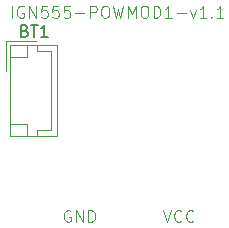
<source format=gbr>
%TF.GenerationSoftware,KiCad,Pcbnew,8.0.5*%
%TF.CreationDate,2025-11-11T23:33:08+01:00*%
%TF.ProjectId,TPS61221DCKx ( fixed output ),54505336-3132-4323-9144-434b78202820,rev?*%
%TF.SameCoordinates,Original*%
%TF.FileFunction,Legend,Top*%
%TF.FilePolarity,Positive*%
%FSLAX46Y46*%
G04 Gerber Fmt 4.6, Leading zero omitted, Abs format (unit mm)*
G04 Created by KiCad (PCBNEW 8.0.5) date 2025-11-11 23:33:08*
%MOMM*%
%LPD*%
G01*
G04 APERTURE LIST*
%ADD10C,0.100000*%
%ADD11C,0.150000*%
%ADD12C,0.120000*%
G04 APERTURE END LIST*
D10*
X138303884Y-95122419D02*
X138303884Y-94122419D01*
X139303883Y-94170038D02*
X139208645Y-94122419D01*
X139208645Y-94122419D02*
X139065788Y-94122419D01*
X139065788Y-94122419D02*
X138922931Y-94170038D01*
X138922931Y-94170038D02*
X138827693Y-94265276D01*
X138827693Y-94265276D02*
X138780074Y-94360514D01*
X138780074Y-94360514D02*
X138732455Y-94550990D01*
X138732455Y-94550990D02*
X138732455Y-94693847D01*
X138732455Y-94693847D02*
X138780074Y-94884323D01*
X138780074Y-94884323D02*
X138827693Y-94979561D01*
X138827693Y-94979561D02*
X138922931Y-95074800D01*
X138922931Y-95074800D02*
X139065788Y-95122419D01*
X139065788Y-95122419D02*
X139161026Y-95122419D01*
X139161026Y-95122419D02*
X139303883Y-95074800D01*
X139303883Y-95074800D02*
X139351502Y-95027180D01*
X139351502Y-95027180D02*
X139351502Y-94693847D01*
X139351502Y-94693847D02*
X139161026Y-94693847D01*
X139780074Y-95122419D02*
X139780074Y-94122419D01*
X139780074Y-94122419D02*
X140351502Y-95122419D01*
X140351502Y-95122419D02*
X140351502Y-94122419D01*
X141303883Y-94122419D02*
X140827693Y-94122419D01*
X140827693Y-94122419D02*
X140780074Y-94598609D01*
X140780074Y-94598609D02*
X140827693Y-94550990D01*
X140827693Y-94550990D02*
X140922931Y-94503371D01*
X140922931Y-94503371D02*
X141161026Y-94503371D01*
X141161026Y-94503371D02*
X141256264Y-94550990D01*
X141256264Y-94550990D02*
X141303883Y-94598609D01*
X141303883Y-94598609D02*
X141351502Y-94693847D01*
X141351502Y-94693847D02*
X141351502Y-94931942D01*
X141351502Y-94931942D02*
X141303883Y-95027180D01*
X141303883Y-95027180D02*
X141256264Y-95074800D01*
X141256264Y-95074800D02*
X141161026Y-95122419D01*
X141161026Y-95122419D02*
X140922931Y-95122419D01*
X140922931Y-95122419D02*
X140827693Y-95074800D01*
X140827693Y-95074800D02*
X140780074Y-95027180D01*
X142256264Y-94122419D02*
X141780074Y-94122419D01*
X141780074Y-94122419D02*
X141732455Y-94598609D01*
X141732455Y-94598609D02*
X141780074Y-94550990D01*
X141780074Y-94550990D02*
X141875312Y-94503371D01*
X141875312Y-94503371D02*
X142113407Y-94503371D01*
X142113407Y-94503371D02*
X142208645Y-94550990D01*
X142208645Y-94550990D02*
X142256264Y-94598609D01*
X142256264Y-94598609D02*
X142303883Y-94693847D01*
X142303883Y-94693847D02*
X142303883Y-94931942D01*
X142303883Y-94931942D02*
X142256264Y-95027180D01*
X142256264Y-95027180D02*
X142208645Y-95074800D01*
X142208645Y-95074800D02*
X142113407Y-95122419D01*
X142113407Y-95122419D02*
X141875312Y-95122419D01*
X141875312Y-95122419D02*
X141780074Y-95074800D01*
X141780074Y-95074800D02*
X141732455Y-95027180D01*
X143208645Y-94122419D02*
X142732455Y-94122419D01*
X142732455Y-94122419D02*
X142684836Y-94598609D01*
X142684836Y-94598609D02*
X142732455Y-94550990D01*
X142732455Y-94550990D02*
X142827693Y-94503371D01*
X142827693Y-94503371D02*
X143065788Y-94503371D01*
X143065788Y-94503371D02*
X143161026Y-94550990D01*
X143161026Y-94550990D02*
X143208645Y-94598609D01*
X143208645Y-94598609D02*
X143256264Y-94693847D01*
X143256264Y-94693847D02*
X143256264Y-94931942D01*
X143256264Y-94931942D02*
X143208645Y-95027180D01*
X143208645Y-95027180D02*
X143161026Y-95074800D01*
X143161026Y-95074800D02*
X143065788Y-95122419D01*
X143065788Y-95122419D02*
X142827693Y-95122419D01*
X142827693Y-95122419D02*
X142732455Y-95074800D01*
X142732455Y-95074800D02*
X142684836Y-95027180D01*
X143684836Y-94741466D02*
X144446741Y-94741466D01*
X144922931Y-95122419D02*
X144922931Y-94122419D01*
X144922931Y-94122419D02*
X145303883Y-94122419D01*
X145303883Y-94122419D02*
X145399121Y-94170038D01*
X145399121Y-94170038D02*
X145446740Y-94217657D01*
X145446740Y-94217657D02*
X145494359Y-94312895D01*
X145494359Y-94312895D02*
X145494359Y-94455752D01*
X145494359Y-94455752D02*
X145446740Y-94550990D01*
X145446740Y-94550990D02*
X145399121Y-94598609D01*
X145399121Y-94598609D02*
X145303883Y-94646228D01*
X145303883Y-94646228D02*
X144922931Y-94646228D01*
X146113407Y-94122419D02*
X146303883Y-94122419D01*
X146303883Y-94122419D02*
X146399121Y-94170038D01*
X146399121Y-94170038D02*
X146494359Y-94265276D01*
X146494359Y-94265276D02*
X146541978Y-94455752D01*
X146541978Y-94455752D02*
X146541978Y-94789085D01*
X146541978Y-94789085D02*
X146494359Y-94979561D01*
X146494359Y-94979561D02*
X146399121Y-95074800D01*
X146399121Y-95074800D02*
X146303883Y-95122419D01*
X146303883Y-95122419D02*
X146113407Y-95122419D01*
X146113407Y-95122419D02*
X146018169Y-95074800D01*
X146018169Y-95074800D02*
X145922931Y-94979561D01*
X145922931Y-94979561D02*
X145875312Y-94789085D01*
X145875312Y-94789085D02*
X145875312Y-94455752D01*
X145875312Y-94455752D02*
X145922931Y-94265276D01*
X145922931Y-94265276D02*
X146018169Y-94170038D01*
X146018169Y-94170038D02*
X146113407Y-94122419D01*
X146875312Y-94122419D02*
X147113407Y-95122419D01*
X147113407Y-95122419D02*
X147303883Y-94408133D01*
X147303883Y-94408133D02*
X147494359Y-95122419D01*
X147494359Y-95122419D02*
X147732455Y-94122419D01*
X148113407Y-95122419D02*
X148113407Y-94122419D01*
X148113407Y-94122419D02*
X148446740Y-94836704D01*
X148446740Y-94836704D02*
X148780073Y-94122419D01*
X148780073Y-94122419D02*
X148780073Y-95122419D01*
X149446740Y-94122419D02*
X149637216Y-94122419D01*
X149637216Y-94122419D02*
X149732454Y-94170038D01*
X149732454Y-94170038D02*
X149827692Y-94265276D01*
X149827692Y-94265276D02*
X149875311Y-94455752D01*
X149875311Y-94455752D02*
X149875311Y-94789085D01*
X149875311Y-94789085D02*
X149827692Y-94979561D01*
X149827692Y-94979561D02*
X149732454Y-95074800D01*
X149732454Y-95074800D02*
X149637216Y-95122419D01*
X149637216Y-95122419D02*
X149446740Y-95122419D01*
X149446740Y-95122419D02*
X149351502Y-95074800D01*
X149351502Y-95074800D02*
X149256264Y-94979561D01*
X149256264Y-94979561D02*
X149208645Y-94789085D01*
X149208645Y-94789085D02*
X149208645Y-94455752D01*
X149208645Y-94455752D02*
X149256264Y-94265276D01*
X149256264Y-94265276D02*
X149351502Y-94170038D01*
X149351502Y-94170038D02*
X149446740Y-94122419D01*
X150303883Y-95122419D02*
X150303883Y-94122419D01*
X150303883Y-94122419D02*
X150541978Y-94122419D01*
X150541978Y-94122419D02*
X150684835Y-94170038D01*
X150684835Y-94170038D02*
X150780073Y-94265276D01*
X150780073Y-94265276D02*
X150827692Y-94360514D01*
X150827692Y-94360514D02*
X150875311Y-94550990D01*
X150875311Y-94550990D02*
X150875311Y-94693847D01*
X150875311Y-94693847D02*
X150827692Y-94884323D01*
X150827692Y-94884323D02*
X150780073Y-94979561D01*
X150780073Y-94979561D02*
X150684835Y-95074800D01*
X150684835Y-95074800D02*
X150541978Y-95122419D01*
X150541978Y-95122419D02*
X150303883Y-95122419D01*
X151827692Y-95122419D02*
X151256264Y-95122419D01*
X151541978Y-95122419D02*
X151541978Y-94122419D01*
X151541978Y-94122419D02*
X151446740Y-94265276D01*
X151446740Y-94265276D02*
X151351502Y-94360514D01*
X151351502Y-94360514D02*
X151256264Y-94408133D01*
X152256264Y-94741466D02*
X153018169Y-94741466D01*
X153399121Y-94455752D02*
X153637216Y-95122419D01*
X153637216Y-95122419D02*
X153875311Y-94455752D01*
X154780073Y-95122419D02*
X154208645Y-95122419D01*
X154494359Y-95122419D02*
X154494359Y-94122419D01*
X154494359Y-94122419D02*
X154399121Y-94265276D01*
X154399121Y-94265276D02*
X154303883Y-94360514D01*
X154303883Y-94360514D02*
X154208645Y-94408133D01*
X155208645Y-95027180D02*
X155256264Y-95074800D01*
X155256264Y-95074800D02*
X155208645Y-95122419D01*
X155208645Y-95122419D02*
X155161026Y-95074800D01*
X155161026Y-95074800D02*
X155208645Y-95027180D01*
X155208645Y-95027180D02*
X155208645Y-95122419D01*
X156208644Y-95122419D02*
X155637216Y-95122419D01*
X155922930Y-95122419D02*
X155922930Y-94122419D01*
X155922930Y-94122419D02*
X155827692Y-94265276D01*
X155827692Y-94265276D02*
X155732454Y-94360514D01*
X155732454Y-94360514D02*
X155637216Y-94408133D01*
X151098527Y-111416169D02*
X151431860Y-112416169D01*
X151431860Y-112416169D02*
X151765193Y-111416169D01*
X152669955Y-112320930D02*
X152622336Y-112368550D01*
X152622336Y-112368550D02*
X152479479Y-112416169D01*
X152479479Y-112416169D02*
X152384241Y-112416169D01*
X152384241Y-112416169D02*
X152241384Y-112368550D01*
X152241384Y-112368550D02*
X152146146Y-112273311D01*
X152146146Y-112273311D02*
X152098527Y-112178073D01*
X152098527Y-112178073D02*
X152050908Y-111987597D01*
X152050908Y-111987597D02*
X152050908Y-111844740D01*
X152050908Y-111844740D02*
X152098527Y-111654264D01*
X152098527Y-111654264D02*
X152146146Y-111559026D01*
X152146146Y-111559026D02*
X152241384Y-111463788D01*
X152241384Y-111463788D02*
X152384241Y-111416169D01*
X152384241Y-111416169D02*
X152479479Y-111416169D01*
X152479479Y-111416169D02*
X152622336Y-111463788D01*
X152622336Y-111463788D02*
X152669955Y-111511407D01*
X153669955Y-112320930D02*
X153622336Y-112368550D01*
X153622336Y-112368550D02*
X153479479Y-112416169D01*
X153479479Y-112416169D02*
X153384241Y-112416169D01*
X153384241Y-112416169D02*
X153241384Y-112368550D01*
X153241384Y-112368550D02*
X153146146Y-112273311D01*
X153146146Y-112273311D02*
X153098527Y-112178073D01*
X153098527Y-112178073D02*
X153050908Y-111987597D01*
X153050908Y-111987597D02*
X153050908Y-111844740D01*
X153050908Y-111844740D02*
X153098527Y-111654264D01*
X153098527Y-111654264D02*
X153146146Y-111559026D01*
X153146146Y-111559026D02*
X153241384Y-111463788D01*
X153241384Y-111463788D02*
X153384241Y-111416169D01*
X153384241Y-111416169D02*
X153479479Y-111416169D01*
X153479479Y-111416169D02*
X153622336Y-111463788D01*
X153622336Y-111463788D02*
X153669955Y-111511407D01*
X143265193Y-111463788D02*
X143169955Y-111416169D01*
X143169955Y-111416169D02*
X143027098Y-111416169D01*
X143027098Y-111416169D02*
X142884241Y-111463788D01*
X142884241Y-111463788D02*
X142789003Y-111559026D01*
X142789003Y-111559026D02*
X142741384Y-111654264D01*
X142741384Y-111654264D02*
X142693765Y-111844740D01*
X142693765Y-111844740D02*
X142693765Y-111987597D01*
X142693765Y-111987597D02*
X142741384Y-112178073D01*
X142741384Y-112178073D02*
X142789003Y-112273311D01*
X142789003Y-112273311D02*
X142884241Y-112368550D01*
X142884241Y-112368550D02*
X143027098Y-112416169D01*
X143027098Y-112416169D02*
X143122336Y-112416169D01*
X143122336Y-112416169D02*
X143265193Y-112368550D01*
X143265193Y-112368550D02*
X143312812Y-112320930D01*
X143312812Y-112320930D02*
X143312812Y-111987597D01*
X143312812Y-111987597D02*
X143122336Y-111987597D01*
X143741384Y-112416169D02*
X143741384Y-111416169D01*
X143741384Y-111416169D02*
X144312812Y-112416169D01*
X144312812Y-112416169D02*
X144312812Y-111416169D01*
X144789003Y-112416169D02*
X144789003Y-111416169D01*
X144789003Y-111416169D02*
X145027098Y-111416169D01*
X145027098Y-111416169D02*
X145169955Y-111463788D01*
X145169955Y-111463788D02*
X145265193Y-111559026D01*
X145265193Y-111559026D02*
X145312812Y-111654264D01*
X145312812Y-111654264D02*
X145360431Y-111844740D01*
X145360431Y-111844740D02*
X145360431Y-111987597D01*
X145360431Y-111987597D02*
X145312812Y-112178073D01*
X145312812Y-112178073D02*
X145265193Y-112273311D01*
X145265193Y-112273311D02*
X145169955Y-112368550D01*
X145169955Y-112368550D02*
X145027098Y-112416169D01*
X145027098Y-112416169D02*
X144789003Y-112416169D01*
D11*
X139401785Y-96224759D02*
X139544642Y-96272378D01*
X139544642Y-96272378D02*
X139592261Y-96319997D01*
X139592261Y-96319997D02*
X139639880Y-96415235D01*
X139639880Y-96415235D02*
X139639880Y-96558092D01*
X139639880Y-96558092D02*
X139592261Y-96653330D01*
X139592261Y-96653330D02*
X139544642Y-96700950D01*
X139544642Y-96700950D02*
X139449404Y-96748569D01*
X139449404Y-96748569D02*
X139068452Y-96748569D01*
X139068452Y-96748569D02*
X139068452Y-95748569D01*
X139068452Y-95748569D02*
X139401785Y-95748569D01*
X139401785Y-95748569D02*
X139497023Y-95796188D01*
X139497023Y-95796188D02*
X139544642Y-95843807D01*
X139544642Y-95843807D02*
X139592261Y-95939045D01*
X139592261Y-95939045D02*
X139592261Y-96034283D01*
X139592261Y-96034283D02*
X139544642Y-96129521D01*
X139544642Y-96129521D02*
X139497023Y-96177140D01*
X139497023Y-96177140D02*
X139401785Y-96224759D01*
X139401785Y-96224759D02*
X139068452Y-96224759D01*
X139925595Y-95748569D02*
X140497023Y-95748569D01*
X140211309Y-96748569D02*
X140211309Y-95748569D01*
X141354166Y-96748569D02*
X140782738Y-96748569D01*
X141068452Y-96748569D02*
X141068452Y-95748569D01*
X141068452Y-95748569D02*
X140973214Y-95891426D01*
X140973214Y-95891426D02*
X140877976Y-95986664D01*
X140877976Y-95986664D02*
X140782738Y-96034283D01*
D12*
%TO.C,BT1*%
X137827500Y-97133750D02*
X137827500Y-99633750D01*
X138127500Y-97433750D02*
X138127500Y-105153750D01*
X138127500Y-105153750D02*
X142147500Y-105153750D01*
X139627500Y-97433750D02*
X139627500Y-98433750D01*
X139627500Y-98433750D02*
X138127500Y-98433750D01*
X139627500Y-104153750D02*
X138127500Y-104153750D01*
X139627500Y-105153750D02*
X139627500Y-104153750D01*
X140327500Y-97133750D02*
X137827500Y-97133750D01*
X140437500Y-97433750D02*
X140437500Y-97933750D01*
X140437500Y-97933750D02*
X141647500Y-97933750D01*
X140437500Y-104653750D02*
X140437500Y-105153750D01*
X141647500Y-97933750D02*
X141647500Y-104653750D01*
X141647500Y-104653750D02*
X140437500Y-104653750D01*
X142147500Y-97433750D02*
X138127500Y-97433750D01*
X142147500Y-105153750D02*
X142147500Y-97433750D01*
%TD*%
M02*

</source>
